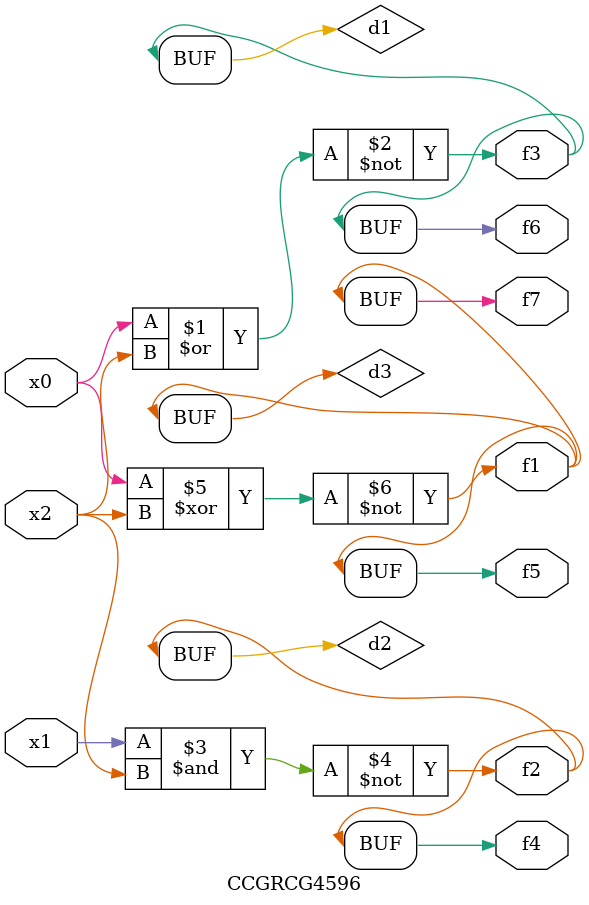
<source format=v>
module CCGRCG4596(
	input x0, x1, x2,
	output f1, f2, f3, f4, f5, f6, f7
);

	wire d1, d2, d3;

	nor (d1, x0, x2);
	nand (d2, x1, x2);
	xnor (d3, x0, x2);
	assign f1 = d3;
	assign f2 = d2;
	assign f3 = d1;
	assign f4 = d2;
	assign f5 = d3;
	assign f6 = d1;
	assign f7 = d3;
endmodule

</source>
